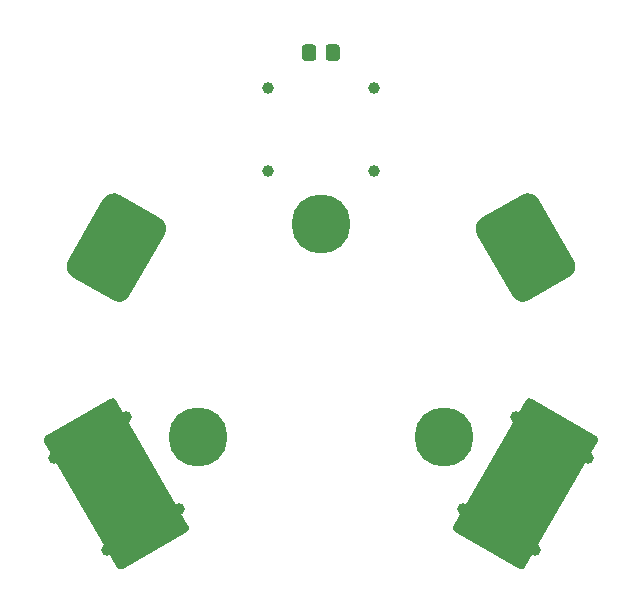
<source format=gbs>
G04 #@! TF.GenerationSoftware,KiCad,Pcbnew,5.1.9+dfsg1-1+deb11u1*
G04 #@! TF.CreationDate,2024-03-16T20:11:09+09:00*
G04 #@! TF.ProjectId,inner,696e6e65-722e-46b6-9963-61645f706362,rev?*
G04 #@! TF.SameCoordinates,Original*
G04 #@! TF.FileFunction,Soldermask,Bot*
G04 #@! TF.FilePolarity,Negative*
%FSLAX46Y46*%
G04 Gerber Fmt 4.6, Leading zero omitted, Abs format (unit mm)*
G04 Created by KiCad (PCBNEW 5.1.9+dfsg1-1+deb11u1) date 2024-03-16 20:11:09*
%MOMM*%
%LPD*%
G01*
G04 APERTURE LIST*
%ADD10C,1.000000*%
%ADD11C,5.000000*%
G04 APERTURE END LIST*
D10*
X159500000Y-88500000D03*
X150500000Y-88500000D03*
X159500000Y-81500000D03*
X150500000Y-81500000D03*
D11*
X155000000Y-93000000D03*
D10*
X172088457Y-98598076D03*
X175552559Y-96598076D03*
X169088457Y-93401924D03*
X172552559Y-91401924D03*
G36*
G01*
X168590189Y-92534899D02*
X172050827Y-90536899D01*
G75*
G02*
X173419584Y-90903656I501000J-867757D01*
G01*
X176417584Y-96096344D01*
G75*
G02*
X176050827Y-97465101I-867757J-501000D01*
G01*
X172590189Y-99463101D01*
G75*
G02*
X171221432Y-99096344I-501000J867757D01*
G01*
X168223432Y-93903656D01*
G75*
G02*
X168590189Y-92534899I867757J501000D01*
G01*
G37*
X140911543Y-93401924D03*
X137447441Y-91401924D03*
X137911543Y-98598076D03*
X134447441Y-96598076D03*
G36*
G01*
X137409811Y-99463101D02*
X133949173Y-97465101D01*
G75*
G02*
X133582416Y-96096344I501000J867757D01*
G01*
X136580416Y-90903656D01*
G75*
G02*
X137949173Y-90536899I867757J-501000D01*
G01*
X141409811Y-92534899D01*
G75*
G02*
X141776568Y-93903656I-501000J-867757D01*
G01*
X138778568Y-99096344D01*
G75*
G02*
X137409811Y-99463101I-867757J501000D01*
G01*
G37*
G36*
G01*
X172842528Y-107795835D02*
X178298488Y-110945835D01*
G75*
G02*
X178426597Y-111423944I-175000J-303109D01*
G01*
X172276597Y-122076056D01*
G75*
G02*
X171798488Y-122204165I-303109J175000D01*
G01*
X166342528Y-119054165D01*
G75*
G02*
X166214419Y-118576056I175000J303109D01*
G01*
X172364419Y-107923944D01*
G75*
G02*
X172842528Y-107795835I303109J-175000D01*
G01*
G37*
X167039419Y-117147114D03*
X171539419Y-109352886D03*
X173101597Y-120647114D03*
X177601597Y-112852886D03*
D11*
X165392305Y-111000000D03*
G36*
G01*
X143657472Y-119054165D02*
X138201512Y-122204165D01*
G75*
G02*
X137723403Y-122076056I-175000J303109D01*
G01*
X131573403Y-111423944D01*
G75*
G02*
X131701512Y-110945835I303109J175000D01*
G01*
X137157472Y-107795835D01*
G75*
G02*
X137635581Y-107923944I175000J-303109D01*
G01*
X143785581Y-118576056D01*
G75*
G02*
X143657472Y-119054165I-303109J-175000D01*
G01*
G37*
D10*
X138460581Y-109352886D03*
X142960581Y-117147114D03*
X132398403Y-112852886D03*
X136898403Y-120647114D03*
D11*
X144607695Y-111000000D03*
G36*
G01*
X156600000Y-78049999D02*
X156600000Y-78950001D01*
G75*
G02*
X156350001Y-79200000I-249999J0D01*
G01*
X155649999Y-79200000D01*
G75*
G02*
X155400000Y-78950001I0J249999D01*
G01*
X155400000Y-78049999D01*
G75*
G02*
X155649999Y-77800000I249999J0D01*
G01*
X156350001Y-77800000D01*
G75*
G02*
X156600000Y-78049999I0J-249999D01*
G01*
G37*
G36*
G01*
X154600000Y-78049999D02*
X154600000Y-78950001D01*
G75*
G02*
X154350001Y-79200000I-249999J0D01*
G01*
X153649999Y-79200000D01*
G75*
G02*
X153400000Y-78950001I0J249999D01*
G01*
X153400000Y-78049999D01*
G75*
G02*
X153649999Y-77800000I249999J0D01*
G01*
X154350001Y-77800000D01*
G75*
G02*
X154600000Y-78049999I0J-249999D01*
G01*
G37*
M02*

</source>
